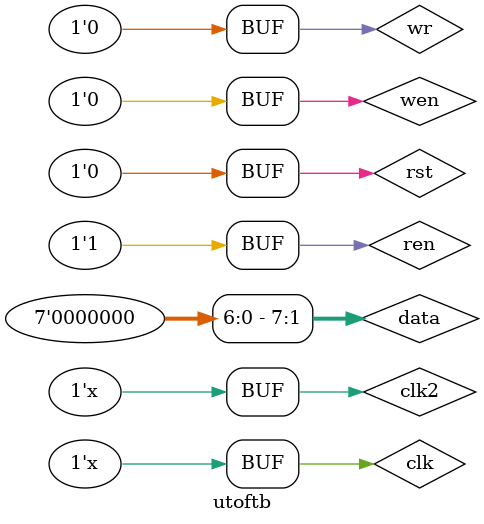
<source format=v>
module utoftb();
  reg clk,clk2,rst,wr,ren,wen;
  reg [7:0]data;
  wire [7:0]uo;
  wire Tx;
  wire [7:0]fo;
  wire full;
  wire empty;
  uarttofpga utf(data,uo,Tx,fo,full,empty,rst,clk,clk2,wr,wen,ren);
  
 always  #10 clk = ~clk;
 always  #100 clk2 = ~clk2;
 initial
 begin  
  clk=1;
  clk2=1;
  rst=1;
  wr = 0;
  #10;
  rst=0;
  wr = 1;
  wen = 1;
  ren=0;
  data = $random;
  #4800;
  wr=0;
  wen=0;
  ren=0;
  #200;
  wr=0;
  wen=0;
  ren=1;
end
endmodule
  
 
  
</source>
